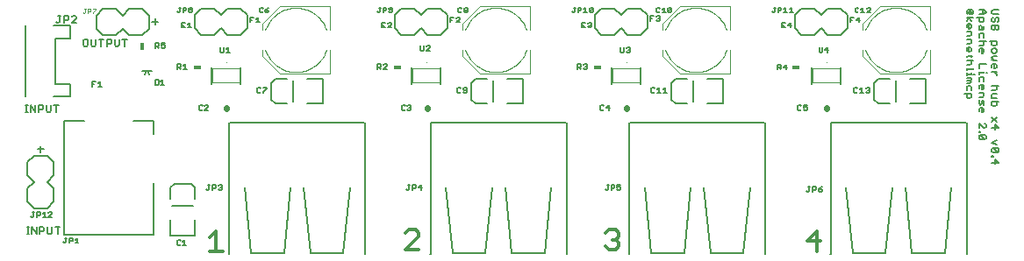
<source format=gto>
G75*
G70*
%OFA0B0*%
%FSLAX24Y24*%
%IPPOS*%
%LPD*%
%AMOC8*
5,1,8,0,0,1.08239X$1,22.5*
%
%ADD10C,0.0140*%
%ADD11C,0.0060*%
%ADD12C,0.0050*%
%ADD13C,0.0080*%
%ADD14C,0.0004*%
%ADD15C,0.0030*%
%ADD16C,0.0220*%
%ADD17R,0.0280X0.0160*%
%ADD18C,0.0040*%
%ADD19R,0.0160X0.0280*%
D10*
X007970Y001170D02*
X008477Y001170D01*
X008224Y001170D02*
X008224Y001931D01*
X007970Y001677D01*
X015420Y001854D02*
X015547Y001981D01*
X015800Y001981D01*
X015927Y001854D01*
X015927Y001727D01*
X015420Y001220D01*
X015927Y001220D01*
X023020Y001347D02*
X023147Y001220D01*
X023400Y001220D01*
X023527Y001347D01*
X023527Y001474D01*
X023400Y001600D01*
X023274Y001600D01*
X023400Y001600D02*
X023527Y001727D01*
X023527Y001854D01*
X023400Y001981D01*
X023147Y001981D01*
X023020Y001854D01*
X030670Y001550D02*
X031177Y001550D01*
X031050Y001931D02*
X030670Y001550D01*
X031050Y001170D02*
X031050Y001931D01*
D11*
X037690Y004519D02*
X037950Y004519D01*
X037820Y004649D01*
X037820Y004476D01*
X037733Y004753D02*
X037690Y004753D01*
X037690Y004797D01*
X037733Y004797D01*
X037733Y004753D01*
X037733Y004918D02*
X037690Y004961D01*
X037690Y005048D01*
X037733Y005091D01*
X037907Y004918D01*
X037733Y004918D01*
X037907Y004918D02*
X037950Y004961D01*
X037950Y005048D01*
X037907Y005091D01*
X037733Y005091D01*
X037864Y005213D02*
X037690Y005299D01*
X037864Y005386D01*
X037470Y005452D02*
X037427Y005409D01*
X037253Y005582D01*
X037210Y005539D01*
X037210Y005452D01*
X037253Y005409D01*
X037427Y005409D01*
X037470Y005452D02*
X037470Y005539D01*
X037427Y005582D01*
X037253Y005582D01*
X037253Y005686D02*
X037210Y005686D01*
X037210Y005730D01*
X037253Y005730D01*
X037253Y005686D01*
X037820Y005802D02*
X037820Y005975D01*
X037950Y005845D01*
X037690Y005845D01*
X037470Y005894D02*
X037470Y005981D01*
X037427Y006024D01*
X037470Y005894D02*
X037427Y005851D01*
X037384Y005851D01*
X037210Y006024D01*
X037210Y005851D01*
X037690Y006096D02*
X037864Y006270D01*
X037690Y006270D02*
X037864Y006096D01*
X037384Y006484D02*
X037340Y006440D01*
X037297Y006440D01*
X037297Y006614D01*
X037340Y006614D02*
X037384Y006570D01*
X037384Y006484D01*
X037340Y006614D02*
X037253Y006614D01*
X037210Y006570D01*
X037210Y006484D01*
X037253Y006735D02*
X037297Y006778D01*
X037297Y006865D01*
X037340Y006908D01*
X037384Y006865D01*
X037384Y006735D01*
X037253Y006735D02*
X037210Y006778D01*
X037210Y006908D01*
X037210Y007030D02*
X037340Y007030D01*
X037384Y007073D01*
X037384Y007203D01*
X037210Y007203D01*
X037297Y007324D02*
X037297Y007498D01*
X037340Y007498D02*
X037384Y007454D01*
X037384Y007368D01*
X037340Y007324D01*
X037297Y007324D01*
X037210Y007368D02*
X037210Y007454D01*
X037253Y007498D01*
X037340Y007498D01*
X037384Y007619D02*
X037384Y007749D01*
X037340Y007792D01*
X037253Y007792D01*
X037210Y007749D01*
X037210Y007619D01*
X036904Y007613D02*
X036860Y007656D01*
X036730Y007656D01*
X036730Y007570D02*
X036860Y007570D01*
X036904Y007613D01*
X036860Y007656D02*
X036904Y007700D01*
X036904Y007743D01*
X036730Y007743D01*
X036730Y007853D02*
X036730Y007940D01*
X036730Y007896D02*
X036904Y007896D01*
X036904Y007940D01*
X036990Y007896D02*
X037034Y007896D01*
X037210Y007902D02*
X037210Y007989D01*
X037210Y007945D02*
X037384Y007945D01*
X037384Y007989D01*
X037470Y007945D02*
X037514Y007945D01*
X037690Y007989D02*
X037864Y007989D01*
X037777Y007989D02*
X037864Y007902D01*
X037864Y007859D01*
X037820Y008110D02*
X037777Y008110D01*
X037777Y008283D01*
X037820Y008283D02*
X037864Y008240D01*
X037864Y008153D01*
X037820Y008110D01*
X037690Y008153D02*
X037690Y008240D01*
X037733Y008283D01*
X037820Y008283D01*
X037864Y008405D02*
X037733Y008405D01*
X037690Y008448D01*
X037733Y008491D01*
X037690Y008535D01*
X037733Y008578D01*
X037864Y008578D01*
X037820Y008699D02*
X037864Y008743D01*
X037864Y008829D01*
X037820Y008873D01*
X037733Y008873D01*
X037690Y008829D01*
X037690Y008743D01*
X037733Y008699D01*
X037820Y008699D01*
X037384Y008743D02*
X037340Y008699D01*
X037297Y008699D01*
X037297Y008873D01*
X037340Y008873D02*
X037384Y008829D01*
X037384Y008743D01*
X037340Y008873D02*
X037253Y008873D01*
X037210Y008829D01*
X037210Y008743D01*
X036904Y008792D02*
X036904Y008878D01*
X036860Y008922D01*
X036773Y008922D01*
X036730Y008878D01*
X036730Y008792D01*
X036817Y008748D02*
X036817Y008922D01*
X036860Y009043D02*
X036730Y009043D01*
X036860Y009043D02*
X036904Y009086D01*
X036904Y009216D01*
X036730Y009216D01*
X036730Y009338D02*
X036860Y009338D01*
X036904Y009381D01*
X036904Y009511D01*
X036730Y009511D01*
X036817Y009632D02*
X036817Y009806D01*
X036860Y009806D02*
X036904Y009762D01*
X036904Y009676D01*
X036860Y009632D01*
X036817Y009632D01*
X036730Y009676D02*
X036730Y009762D01*
X036773Y009806D01*
X036860Y009806D01*
X037210Y009713D02*
X037253Y009757D01*
X037297Y009713D01*
X037297Y009583D01*
X037340Y009583D02*
X037210Y009583D01*
X037210Y009713D01*
X037253Y009878D02*
X037210Y009921D01*
X037210Y010051D01*
X037123Y010051D02*
X037384Y010051D01*
X037384Y009921D01*
X037340Y009878D01*
X037253Y009878D01*
X037384Y009713D02*
X037384Y009627D01*
X037340Y009583D01*
X037340Y009462D02*
X037253Y009462D01*
X037210Y009419D01*
X037210Y009289D01*
X037210Y009167D02*
X037470Y009167D01*
X037384Y009124D02*
X037340Y009167D01*
X037384Y009124D02*
X037384Y009037D01*
X037340Y008994D01*
X037210Y008994D01*
X037690Y009037D02*
X037690Y009167D01*
X037603Y009167D02*
X037864Y009167D01*
X037864Y009037D01*
X037820Y008994D01*
X037733Y008994D01*
X037690Y009037D01*
X036904Y008792D02*
X036860Y008748D01*
X036817Y008748D01*
X036904Y008627D02*
X036904Y008540D01*
X036947Y008584D02*
X036773Y008584D01*
X036730Y008540D01*
X036730Y008431D02*
X036990Y008431D01*
X036904Y008387D02*
X036860Y008431D01*
X036904Y008387D02*
X036904Y008301D01*
X036860Y008257D01*
X036730Y008257D01*
X036730Y008136D02*
X036730Y008049D01*
X036730Y008093D02*
X036990Y008093D01*
X036990Y008136D01*
X037210Y008110D02*
X037210Y008283D01*
X037470Y008283D01*
X037690Y007449D02*
X037950Y007449D01*
X037864Y007405D02*
X037820Y007449D01*
X037864Y007405D02*
X037864Y007318D01*
X037820Y007275D01*
X037690Y007275D01*
X037733Y007154D02*
X037690Y007111D01*
X037690Y006980D01*
X037864Y006980D01*
X037864Y006859D02*
X037864Y006729D01*
X037820Y006686D01*
X037733Y006686D01*
X037690Y006729D01*
X037690Y006859D01*
X037950Y006859D01*
X036904Y007024D02*
X036860Y006980D01*
X036773Y006980D01*
X036730Y007024D01*
X036730Y007154D01*
X036643Y007154D02*
X036904Y007154D01*
X036904Y007024D01*
X036904Y007275D02*
X036904Y007405D01*
X036860Y007449D01*
X036773Y007449D01*
X036730Y007405D01*
X036730Y007275D01*
X037733Y007154D02*
X037864Y007154D01*
X037384Y009289D02*
X037384Y009419D01*
X037340Y009462D01*
X037690Y009627D02*
X037733Y009583D01*
X037777Y009583D01*
X037820Y009627D01*
X037820Y009757D01*
X037777Y009878D02*
X037733Y009878D01*
X037690Y009921D01*
X037690Y010008D01*
X037733Y010051D01*
X037820Y010008D02*
X037864Y010051D01*
X037907Y010051D01*
X037950Y010008D01*
X037950Y009921D01*
X037907Y009878D01*
X037820Y009921D02*
X037777Y009878D01*
X037820Y009921D02*
X037820Y010008D01*
X037733Y010173D02*
X037950Y010173D01*
X037950Y010346D02*
X037733Y010346D01*
X037690Y010303D01*
X037690Y010216D01*
X037733Y010173D01*
X037470Y010259D02*
X037384Y010173D01*
X037210Y010173D01*
X037340Y010173D02*
X037340Y010346D01*
X037384Y010346D02*
X037470Y010259D01*
X037384Y010346D02*
X037210Y010346D01*
X036990Y010303D02*
X036990Y010216D01*
X036947Y010173D01*
X036860Y010173D01*
X036817Y010216D01*
X036904Y010216D01*
X036904Y010303D01*
X036817Y010303D01*
X036817Y010216D01*
X036773Y010173D02*
X036730Y010216D01*
X036730Y010303D01*
X036773Y010346D01*
X036947Y010346D01*
X036990Y010303D01*
X036990Y010051D02*
X036730Y010051D01*
X036817Y010051D02*
X036730Y009921D01*
X036817Y010051D02*
X036904Y009921D01*
X037690Y009757D02*
X037690Y009627D01*
X037690Y009757D02*
X037950Y009757D01*
X037950Y009627D01*
X037907Y009583D01*
X037864Y009583D01*
X037820Y009627D01*
X006020Y009900D02*
X005793Y009900D01*
X005907Y009787D02*
X005907Y010014D01*
X004831Y009228D02*
X004658Y009228D01*
X004745Y009228D02*
X004745Y008968D01*
X004537Y009011D02*
X004537Y009228D01*
X004363Y009228D02*
X004363Y009011D01*
X004407Y008968D01*
X004493Y008968D01*
X004537Y009011D01*
X004242Y009098D02*
X004199Y009055D01*
X004069Y009055D01*
X004069Y008968D02*
X004069Y009228D01*
X004199Y009228D01*
X004242Y009185D01*
X004242Y009098D01*
X003947Y009228D02*
X003774Y009228D01*
X003861Y009228D02*
X003861Y008968D01*
X003653Y009011D02*
X003653Y009228D01*
X003479Y009228D02*
X003479Y009011D01*
X003523Y008968D01*
X003609Y008968D01*
X003653Y009011D01*
X003358Y009011D02*
X003358Y009185D01*
X003315Y009228D01*
X003228Y009228D01*
X003185Y009185D01*
X003185Y009011D01*
X003228Y008968D01*
X003315Y008968D01*
X003358Y009011D01*
X002905Y009860D02*
X002732Y009860D01*
X002905Y010033D01*
X002905Y010077D01*
X002862Y010120D01*
X002775Y010120D01*
X002732Y010077D01*
X002610Y010077D02*
X002610Y009990D01*
X002567Y009947D01*
X002437Y009947D01*
X002437Y009860D02*
X002437Y010120D01*
X002567Y010120D01*
X002610Y010077D01*
X002316Y010120D02*
X002229Y010120D01*
X002272Y010120D02*
X002272Y009903D01*
X002229Y009860D01*
X002186Y009860D01*
X002142Y009903D01*
X002148Y006728D02*
X002148Y006468D01*
X001940Y006511D02*
X001940Y006728D01*
X002061Y006728D02*
X002235Y006728D01*
X001767Y006728D02*
X001767Y006511D01*
X001810Y006468D01*
X001897Y006468D01*
X001940Y006511D01*
X001646Y006598D02*
X001602Y006555D01*
X001472Y006555D01*
X001472Y006468D02*
X001472Y006728D01*
X001602Y006728D01*
X001646Y006685D01*
X001646Y006598D01*
X001351Y006468D02*
X001351Y006728D01*
X001177Y006728D02*
X001351Y006468D01*
X001177Y006468D02*
X001177Y006728D01*
X001068Y006728D02*
X000981Y006728D01*
X001024Y006728D02*
X001024Y006468D01*
X000981Y006468D02*
X001068Y006468D01*
X001557Y005164D02*
X001557Y004937D01*
X001670Y005050D02*
X001443Y005050D01*
X001401Y002078D02*
X001401Y001818D01*
X001227Y002078D01*
X001227Y001818D01*
X001118Y001818D02*
X001031Y001818D01*
X001074Y001818D02*
X001074Y002078D01*
X001031Y002078D02*
X001118Y002078D01*
X001522Y002078D02*
X001652Y002078D01*
X001696Y002035D01*
X001696Y001948D01*
X001652Y001905D01*
X001522Y001905D01*
X001522Y001818D02*
X001522Y002078D01*
X001817Y002078D02*
X001817Y001861D01*
X001860Y001818D01*
X001947Y001818D01*
X001990Y001861D01*
X001990Y002078D01*
X002111Y002078D02*
X002285Y002078D01*
X002198Y002078D02*
X002198Y001818D01*
D12*
X002425Y001507D02*
X002457Y001475D01*
X002488Y001475D01*
X002520Y001507D01*
X002520Y001665D01*
X002488Y001665D02*
X002552Y001665D01*
X002646Y001665D02*
X002741Y001665D01*
X002773Y001633D01*
X002773Y001570D01*
X002741Y001538D01*
X002646Y001538D01*
X002646Y001475D02*
X002646Y001665D01*
X002867Y001602D02*
X002930Y001665D01*
X002930Y001475D01*
X002867Y001475D02*
X002994Y001475D01*
X001985Y002455D02*
X001858Y002455D01*
X001985Y002582D01*
X001985Y002613D01*
X001953Y002645D01*
X001890Y002645D01*
X001858Y002613D01*
X001700Y002645D02*
X001700Y002455D01*
X001637Y002455D02*
X001764Y002455D01*
X001637Y002582D02*
X001700Y002645D01*
X001543Y002613D02*
X001543Y002550D01*
X001511Y002518D01*
X001416Y002518D01*
X001416Y002455D02*
X001416Y002645D01*
X001511Y002645D01*
X001543Y002613D01*
X001322Y002645D02*
X001258Y002645D01*
X001290Y002645D02*
X001290Y002487D01*
X001258Y002455D01*
X001227Y002455D01*
X001195Y002487D01*
X006550Y002900D02*
X007350Y002900D01*
X007894Y003485D02*
X007925Y003485D01*
X007957Y003517D01*
X007957Y003675D01*
X007925Y003675D02*
X007989Y003675D01*
X008083Y003675D02*
X008178Y003675D01*
X008210Y003643D01*
X008210Y003580D01*
X008178Y003548D01*
X008083Y003548D01*
X008083Y003485D02*
X008083Y003675D01*
X008304Y003643D02*
X008336Y003675D01*
X008399Y003675D01*
X008431Y003643D01*
X008431Y003612D01*
X008399Y003580D01*
X008431Y003548D01*
X008431Y003517D01*
X008399Y003485D01*
X008336Y003485D01*
X008304Y003517D01*
X008367Y003580D02*
X008399Y003580D01*
X007894Y003485D02*
X007862Y003517D01*
X009300Y003600D02*
X009550Y001100D01*
X010800Y001100D01*
X011050Y003600D01*
X011550Y003600D02*
X011800Y001100D01*
X013050Y001100D01*
X013300Y003600D01*
X015462Y003517D02*
X015494Y003485D01*
X015525Y003485D01*
X015557Y003517D01*
X015557Y003675D01*
X015525Y003675D02*
X015589Y003675D01*
X015683Y003675D02*
X015778Y003675D01*
X015810Y003643D01*
X015810Y003580D01*
X015778Y003548D01*
X015683Y003548D01*
X015683Y003485D02*
X015683Y003675D01*
X015904Y003580D02*
X016031Y003580D01*
X015999Y003485D02*
X015999Y003675D01*
X015904Y003580D01*
X016950Y003600D02*
X017200Y001100D01*
X018450Y001100D01*
X018700Y003600D01*
X019200Y003600D02*
X019450Y001100D01*
X020700Y001100D01*
X020950Y003600D01*
X023012Y003517D02*
X023044Y003485D01*
X023075Y003485D01*
X023107Y003517D01*
X023107Y003675D01*
X023075Y003675D02*
X023139Y003675D01*
X023233Y003675D02*
X023328Y003675D01*
X023360Y003643D01*
X023360Y003580D01*
X023328Y003548D01*
X023233Y003548D01*
X023233Y003485D02*
X023233Y003675D01*
X023454Y003675D02*
X023454Y003580D01*
X023517Y003612D01*
X023549Y003612D01*
X023581Y003580D01*
X023581Y003517D01*
X023549Y003485D01*
X023486Y003485D01*
X023454Y003517D01*
X023454Y003675D02*
X023581Y003675D01*
X024500Y003600D02*
X024750Y001100D01*
X026000Y001100D01*
X026250Y003600D01*
X026750Y003600D02*
X027000Y001100D01*
X028250Y001100D01*
X028500Y003600D01*
X030662Y003467D02*
X030694Y003435D01*
X030725Y003435D01*
X030757Y003467D01*
X030757Y003625D01*
X030725Y003625D02*
X030789Y003625D01*
X030883Y003625D02*
X030978Y003625D01*
X031010Y003593D01*
X031010Y003530D01*
X030978Y003498D01*
X030883Y003498D01*
X030883Y003435D02*
X030883Y003625D01*
X031104Y003530D02*
X031199Y003530D01*
X031231Y003498D01*
X031231Y003467D01*
X031199Y003435D01*
X031136Y003435D01*
X031104Y003467D01*
X031104Y003530D01*
X031167Y003593D01*
X031231Y003625D01*
X032150Y003600D02*
X032400Y001100D01*
X033650Y001100D01*
X033900Y003600D01*
X034400Y003600D02*
X034650Y001100D01*
X035900Y001100D01*
X036150Y003600D01*
X036710Y006060D02*
X031590Y006060D01*
X031565Y006060D02*
X031565Y001060D01*
X031560Y001050D01*
X029080Y001060D02*
X029085Y006060D01*
X029060Y006060D02*
X023940Y006060D01*
X023915Y006060D02*
X023915Y001060D01*
X023910Y001050D01*
X021530Y001060D02*
X021535Y006060D01*
X021510Y006060D02*
X016390Y006060D01*
X016365Y006060D02*
X016365Y001060D01*
X016360Y001050D01*
X013880Y001060D02*
X013885Y006060D01*
X013860Y006060D02*
X008740Y006060D01*
X008715Y006060D02*
X008715Y001060D01*
X008710Y001050D01*
X007087Y001385D02*
X006960Y001385D01*
X007024Y001385D02*
X007024Y001575D01*
X006960Y001512D01*
X006866Y001543D02*
X006834Y001575D01*
X006771Y001575D01*
X006739Y001543D01*
X006739Y001417D01*
X006771Y001385D01*
X006834Y001385D01*
X006866Y001417D01*
X007607Y006525D02*
X007670Y006525D01*
X007702Y006557D01*
X007796Y006525D02*
X007923Y006652D01*
X007923Y006683D01*
X007891Y006715D01*
X007828Y006715D01*
X007796Y006683D01*
X007702Y006683D02*
X007670Y006715D01*
X007607Y006715D01*
X007575Y006683D01*
X007575Y006557D01*
X007607Y006525D01*
X007796Y006525D02*
X007923Y006525D01*
X009783Y007223D02*
X009815Y007191D01*
X009878Y007191D01*
X009910Y007223D01*
X010004Y007223D02*
X010004Y007191D01*
X010004Y007223D02*
X010131Y007350D01*
X010131Y007381D01*
X010004Y007381D01*
X009910Y007350D02*
X009878Y007381D01*
X009815Y007381D01*
X009783Y007350D01*
X009783Y007223D01*
X009159Y007535D02*
X009159Y008165D01*
X008041Y008165D02*
X008041Y007535D01*
X006256Y007485D02*
X006129Y007485D01*
X006192Y007485D02*
X006192Y007675D01*
X006129Y007612D01*
X006035Y007643D02*
X006003Y007675D01*
X005908Y007675D01*
X005908Y007485D01*
X006003Y007485D01*
X006035Y007517D01*
X006035Y007643D01*
X006758Y008085D02*
X006758Y008275D01*
X006853Y008275D01*
X006885Y008243D01*
X006885Y008180D01*
X006853Y008148D01*
X006758Y008148D01*
X006821Y008148D02*
X006885Y008085D01*
X006979Y008085D02*
X007106Y008085D01*
X007042Y008085D02*
X007042Y008275D01*
X006979Y008212D01*
X008383Y008767D02*
X008415Y008735D01*
X008478Y008735D01*
X008510Y008767D01*
X008510Y008925D01*
X008604Y008862D02*
X008667Y008925D01*
X008667Y008735D01*
X008604Y008735D02*
X008731Y008735D01*
X008383Y008767D02*
X008383Y008925D01*
X006273Y008932D02*
X006241Y008900D01*
X006178Y008900D01*
X006146Y008932D01*
X006146Y008995D02*
X006209Y009027D01*
X006241Y009027D01*
X006273Y008995D01*
X006273Y008932D01*
X006146Y008995D02*
X006146Y009090D01*
X006273Y009090D01*
X006052Y009058D02*
X006052Y008995D01*
X006020Y008963D01*
X005925Y008963D01*
X005925Y008900D02*
X005925Y009090D01*
X006020Y009090D01*
X006052Y009058D01*
X005988Y008963D02*
X006052Y008900D01*
X006925Y009675D02*
X007052Y009675D01*
X007146Y009675D02*
X007273Y009675D01*
X007209Y009675D02*
X007209Y009865D01*
X007146Y009802D01*
X007052Y009865D02*
X006925Y009865D01*
X006925Y009675D01*
X006925Y009770D02*
X006988Y009770D01*
X006966Y010245D02*
X006966Y010435D01*
X007061Y010435D01*
X007093Y010403D01*
X007093Y010340D01*
X007061Y010308D01*
X006966Y010308D01*
X006840Y010277D02*
X006840Y010435D01*
X006808Y010435D02*
X006872Y010435D01*
X006840Y010277D02*
X006808Y010245D01*
X006777Y010245D01*
X006745Y010277D01*
X007187Y010277D02*
X007187Y010308D01*
X007219Y010340D01*
X007282Y010340D01*
X007314Y010308D01*
X007314Y010277D01*
X007282Y010245D01*
X007219Y010245D01*
X007187Y010277D01*
X007219Y010340D02*
X007187Y010372D01*
X007187Y010403D01*
X007219Y010435D01*
X007282Y010435D01*
X007314Y010403D01*
X007314Y010372D01*
X007282Y010340D01*
X009525Y010065D02*
X009525Y009875D01*
X009525Y009970D02*
X009588Y009970D01*
X009525Y010065D02*
X009652Y010065D01*
X009746Y010002D02*
X009809Y010065D01*
X009809Y009875D01*
X009746Y009875D02*
X009873Y009875D01*
X009904Y010241D02*
X009967Y010241D01*
X009999Y010273D01*
X010093Y010273D02*
X010125Y010241D01*
X010188Y010241D01*
X010220Y010273D01*
X010220Y010305D01*
X010188Y010336D01*
X010093Y010336D01*
X010093Y010273D01*
X010093Y010336D02*
X010156Y010400D01*
X010220Y010431D01*
X009999Y010400D02*
X009967Y010431D01*
X009904Y010431D01*
X009872Y010400D01*
X009872Y010273D01*
X009904Y010241D01*
X014345Y010277D02*
X014377Y010245D01*
X014408Y010245D01*
X014440Y010277D01*
X014440Y010435D01*
X014408Y010435D02*
X014472Y010435D01*
X014566Y010435D02*
X014661Y010435D01*
X014693Y010403D01*
X014693Y010340D01*
X014661Y010308D01*
X014566Y010308D01*
X014566Y010245D02*
X014566Y010435D01*
X014787Y010403D02*
X014787Y010372D01*
X014819Y010340D01*
X014914Y010340D01*
X014914Y010277D02*
X014914Y010403D01*
X014882Y010435D01*
X014819Y010435D01*
X014787Y010403D01*
X014787Y010277D02*
X014819Y010245D01*
X014882Y010245D01*
X014914Y010277D01*
X014841Y009865D02*
X014778Y009865D01*
X014746Y009833D01*
X014652Y009865D02*
X014525Y009865D01*
X014525Y009675D01*
X014652Y009675D01*
X014746Y009675D02*
X014873Y009802D01*
X014873Y009833D01*
X014841Y009865D01*
X014588Y009770D02*
X014525Y009770D01*
X014746Y009675D02*
X014873Y009675D01*
X015983Y008975D02*
X015983Y008817D01*
X016015Y008785D01*
X016078Y008785D01*
X016110Y008817D01*
X016110Y008975D01*
X016204Y008943D02*
X016236Y008975D01*
X016299Y008975D01*
X016331Y008943D01*
X016331Y008912D01*
X016204Y008785D01*
X016331Y008785D01*
X014706Y008243D02*
X014674Y008275D01*
X014611Y008275D01*
X014579Y008243D01*
X014485Y008243D02*
X014485Y008180D01*
X014453Y008148D01*
X014358Y008148D01*
X014358Y008085D02*
X014358Y008275D01*
X014453Y008275D01*
X014485Y008243D01*
X014421Y008148D02*
X014485Y008085D01*
X014579Y008085D02*
X014706Y008212D01*
X014706Y008243D01*
X014706Y008085D02*
X014579Y008085D01*
X015641Y008165D02*
X015641Y007535D01*
X016759Y007535D02*
X016759Y008165D01*
X018750Y007650D02*
X018750Y006850D01*
X017731Y007223D02*
X017699Y007191D01*
X017636Y007191D01*
X017604Y007223D01*
X017636Y007286D02*
X017731Y007286D01*
X017731Y007223D02*
X017731Y007350D01*
X017699Y007381D01*
X017636Y007381D01*
X017604Y007350D01*
X017604Y007318D01*
X017636Y007286D01*
X017510Y007223D02*
X017478Y007191D01*
X017415Y007191D01*
X017383Y007223D01*
X017383Y007350D01*
X017415Y007381D01*
X017478Y007381D01*
X017510Y007350D01*
X015623Y006683D02*
X015591Y006715D01*
X015528Y006715D01*
X015496Y006683D01*
X015559Y006620D02*
X015591Y006620D01*
X015623Y006588D01*
X015623Y006557D01*
X015591Y006525D01*
X015528Y006525D01*
X015496Y006557D01*
X015402Y006557D02*
X015370Y006525D01*
X015307Y006525D01*
X015275Y006557D01*
X015275Y006683D01*
X015307Y006715D01*
X015370Y006715D01*
X015402Y006683D01*
X015591Y006620D02*
X015623Y006652D01*
X015623Y006683D01*
X011150Y006850D02*
X011150Y007650D01*
X003873Y007425D02*
X003746Y007425D01*
X003809Y007425D02*
X003809Y007615D01*
X003746Y007552D01*
X003652Y007615D02*
X003525Y007615D01*
X003525Y007425D01*
X003525Y007520D02*
X003588Y007520D01*
X017125Y009875D02*
X017125Y010065D01*
X017252Y010065D01*
X017346Y010033D02*
X017378Y010065D01*
X017441Y010065D01*
X017473Y010033D01*
X017473Y010002D01*
X017346Y009875D01*
X017473Y009875D01*
X017188Y009970D02*
X017125Y009970D01*
X017422Y010273D02*
X017454Y010241D01*
X017517Y010241D01*
X017549Y010273D01*
X017643Y010273D02*
X017643Y010305D01*
X017675Y010336D01*
X017738Y010336D01*
X017770Y010305D01*
X017770Y010273D01*
X017738Y010241D01*
X017675Y010241D01*
X017643Y010273D01*
X017675Y010336D02*
X017643Y010368D01*
X017643Y010400D01*
X017675Y010431D01*
X017738Y010431D01*
X017770Y010400D01*
X017770Y010368D01*
X017738Y010336D01*
X017549Y010400D02*
X017517Y010431D01*
X017454Y010431D01*
X017422Y010400D01*
X017422Y010273D01*
X021745Y010277D02*
X021777Y010245D01*
X021808Y010245D01*
X021840Y010277D01*
X021840Y010435D01*
X021808Y010435D02*
X021872Y010435D01*
X021966Y010435D02*
X022061Y010435D01*
X022093Y010403D01*
X022093Y010340D01*
X022061Y010308D01*
X021966Y010308D01*
X021966Y010245D02*
X021966Y010435D01*
X022187Y010372D02*
X022250Y010435D01*
X022250Y010245D01*
X022187Y010245D02*
X022314Y010245D01*
X022408Y010277D02*
X022535Y010403D01*
X022535Y010277D01*
X022503Y010245D01*
X022440Y010245D01*
X022408Y010277D01*
X022408Y010403D01*
X022440Y010435D01*
X022503Y010435D01*
X022535Y010403D01*
X022441Y009865D02*
X022473Y009833D01*
X022473Y009802D01*
X022441Y009770D01*
X022473Y009738D01*
X022473Y009707D01*
X022441Y009675D01*
X022378Y009675D01*
X022346Y009707D01*
X022409Y009770D02*
X022441Y009770D01*
X022441Y009865D02*
X022378Y009865D01*
X022346Y009833D01*
X022252Y009865D02*
X022125Y009865D01*
X022125Y009675D01*
X022252Y009675D01*
X022188Y009770D02*
X022125Y009770D01*
X024725Y009925D02*
X024725Y010115D01*
X024852Y010115D01*
X024946Y010083D02*
X024978Y010115D01*
X025041Y010115D01*
X025073Y010083D01*
X025073Y010052D01*
X025041Y010020D01*
X025073Y009988D01*
X025073Y009957D01*
X025041Y009925D01*
X024978Y009925D01*
X024946Y009957D01*
X025009Y010020D02*
X025041Y010020D01*
X024788Y010020D02*
X024725Y010020D01*
X024951Y010273D02*
X024983Y010241D01*
X025046Y010241D01*
X025078Y010273D01*
X025172Y010241D02*
X025299Y010241D01*
X025235Y010241D02*
X025235Y010431D01*
X025172Y010368D01*
X025078Y010400D02*
X025046Y010431D01*
X024983Y010431D01*
X024951Y010400D01*
X024951Y010273D01*
X025393Y010273D02*
X025520Y010400D01*
X025520Y010273D01*
X025488Y010241D01*
X025425Y010241D01*
X025393Y010273D01*
X025393Y010400D01*
X025425Y010431D01*
X025488Y010431D01*
X025520Y010400D01*
X029345Y010277D02*
X029377Y010245D01*
X029408Y010245D01*
X029440Y010277D01*
X029440Y010435D01*
X029408Y010435D02*
X029472Y010435D01*
X029566Y010435D02*
X029566Y010245D01*
X029566Y010308D02*
X029661Y010308D01*
X029693Y010340D01*
X029693Y010403D01*
X029661Y010435D01*
X029566Y010435D01*
X029787Y010372D02*
X029850Y010435D01*
X029850Y010245D01*
X029787Y010245D02*
X029914Y010245D01*
X030008Y010245D02*
X030135Y010245D01*
X030071Y010245D02*
X030071Y010435D01*
X030008Y010372D01*
X030041Y009865D02*
X029946Y009770D01*
X030073Y009770D01*
X030041Y009675D02*
X030041Y009865D01*
X029852Y009865D02*
X029725Y009865D01*
X029725Y009675D01*
X029852Y009675D01*
X029788Y009770D02*
X029725Y009770D01*
X032325Y009875D02*
X032325Y010065D01*
X032452Y010065D01*
X032388Y009970D02*
X032325Y009970D01*
X032546Y009970D02*
X032673Y009970D01*
X032641Y009875D02*
X032641Y010065D01*
X032546Y009970D01*
X032533Y010241D02*
X032596Y010241D01*
X032628Y010273D01*
X032722Y010241D02*
X032849Y010241D01*
X032785Y010241D02*
X032785Y010431D01*
X032722Y010368D01*
X032628Y010400D02*
X032596Y010431D01*
X032533Y010431D01*
X032501Y010400D01*
X032501Y010273D01*
X032533Y010241D01*
X032943Y010241D02*
X033070Y010368D01*
X033070Y010400D01*
X033038Y010431D01*
X032975Y010431D01*
X032943Y010400D01*
X032943Y010241D02*
X033070Y010241D01*
X031449Y008925D02*
X031354Y008830D01*
X031481Y008830D01*
X031449Y008735D02*
X031449Y008925D01*
X031260Y008925D02*
X031260Y008767D01*
X031228Y008735D01*
X031165Y008735D01*
X031133Y008767D01*
X031133Y008925D01*
X029866Y008265D02*
X029771Y008170D01*
X029898Y008170D01*
X029866Y008075D02*
X029866Y008265D01*
X029677Y008233D02*
X029677Y008170D01*
X029645Y008138D01*
X029550Y008138D01*
X029550Y008075D02*
X029550Y008265D01*
X029645Y008265D01*
X029677Y008233D01*
X029613Y008138D02*
X029677Y008075D01*
X030841Y008165D02*
X030841Y007535D01*
X031959Y007535D02*
X031959Y008165D01*
X034050Y007650D02*
X034050Y006850D01*
X033031Y007223D02*
X032999Y007191D01*
X032936Y007191D01*
X032904Y007223D01*
X032967Y007286D02*
X032999Y007286D01*
X033031Y007255D01*
X033031Y007223D01*
X032999Y007286D02*
X033031Y007318D01*
X033031Y007350D01*
X032999Y007381D01*
X032936Y007381D01*
X032904Y007350D01*
X032746Y007381D02*
X032746Y007191D01*
X032683Y007191D02*
X032810Y007191D01*
X032683Y007318D02*
X032746Y007381D01*
X032589Y007350D02*
X032557Y007381D01*
X032494Y007381D01*
X032462Y007350D01*
X032462Y007223D01*
X032494Y007191D01*
X032557Y007191D01*
X032589Y007223D01*
X030673Y006715D02*
X030546Y006715D01*
X030546Y006620D01*
X030609Y006652D01*
X030641Y006652D01*
X030673Y006620D01*
X030673Y006557D01*
X030641Y006525D01*
X030578Y006525D01*
X030546Y006557D01*
X030452Y006557D02*
X030420Y006525D01*
X030357Y006525D01*
X030325Y006557D01*
X030325Y006683D01*
X030357Y006715D01*
X030420Y006715D01*
X030452Y006683D01*
X026350Y006850D02*
X026350Y007650D01*
X025267Y007381D02*
X025204Y007318D01*
X025267Y007381D02*
X025267Y007191D01*
X025204Y007191D02*
X025331Y007191D01*
X025110Y007191D02*
X024983Y007191D01*
X025046Y007191D02*
X025046Y007381D01*
X024983Y007318D01*
X024889Y007350D02*
X024857Y007381D01*
X024794Y007381D01*
X024762Y007350D01*
X024762Y007223D01*
X024794Y007191D01*
X024857Y007191D01*
X024889Y007223D01*
X024359Y007535D02*
X024359Y008165D01*
X023241Y008165D02*
X023241Y007535D01*
X022306Y008117D02*
X022274Y008085D01*
X022211Y008085D01*
X022179Y008117D01*
X022242Y008180D02*
X022274Y008180D01*
X022306Y008148D01*
X022306Y008117D01*
X022274Y008180D02*
X022306Y008212D01*
X022306Y008243D01*
X022274Y008275D01*
X022211Y008275D01*
X022179Y008243D01*
X022085Y008243D02*
X022085Y008180D01*
X022053Y008148D01*
X021958Y008148D01*
X021958Y008085D02*
X021958Y008275D01*
X022053Y008275D01*
X022085Y008243D01*
X022021Y008148D02*
X022085Y008085D01*
X023583Y008767D02*
X023615Y008735D01*
X023678Y008735D01*
X023710Y008767D01*
X023710Y008925D01*
X023804Y008893D02*
X023836Y008925D01*
X023899Y008925D01*
X023931Y008893D01*
X023931Y008862D01*
X023899Y008830D01*
X023931Y008798D01*
X023931Y008767D01*
X023899Y008735D01*
X023836Y008735D01*
X023804Y008767D01*
X023867Y008830D02*
X023899Y008830D01*
X023583Y008767D02*
X023583Y008925D01*
X023141Y006715D02*
X023046Y006620D01*
X023173Y006620D01*
X023141Y006525D02*
X023141Y006715D01*
X022952Y006683D02*
X022920Y006715D01*
X022857Y006715D01*
X022825Y006683D01*
X022825Y006557D01*
X022857Y006525D01*
X022920Y006525D01*
X022952Y006557D01*
X036735Y006060D02*
X036730Y001060D01*
D13*
X035184Y006778D02*
X034594Y006778D01*
X035184Y006778D02*
X035184Y007722D01*
X034594Y007722D01*
X033806Y007722D02*
X033373Y007722D01*
X033216Y007565D01*
X033216Y006935D01*
X033373Y006778D01*
X033806Y006778D01*
X027484Y006778D02*
X026894Y006778D01*
X027484Y006778D02*
X027484Y007722D01*
X026894Y007722D01*
X026106Y007722D02*
X025673Y007722D01*
X025516Y007565D01*
X025516Y006935D01*
X025673Y006778D01*
X026106Y006778D01*
X019884Y006778D02*
X019294Y006778D01*
X019884Y006778D02*
X019884Y007722D01*
X019294Y007722D01*
X018506Y007722D02*
X018073Y007722D01*
X017916Y007565D01*
X017916Y006935D01*
X018073Y006778D01*
X018506Y006778D01*
X012284Y006778D02*
X011694Y006778D01*
X012284Y006778D02*
X012284Y007722D01*
X011694Y007722D01*
X010906Y007722D02*
X010473Y007722D01*
X010316Y007565D01*
X010316Y006935D01*
X010473Y006778D01*
X010906Y006778D01*
X005862Y006114D02*
X005862Y005618D01*
X005862Y006114D02*
X005095Y006114D01*
X003205Y006114D02*
X002438Y006114D01*
X002438Y001781D01*
X005862Y001781D01*
X005862Y003768D01*
X006478Y003577D02*
X006478Y003144D01*
X007422Y003144D02*
X007422Y003577D01*
X007265Y003734D01*
X006635Y003734D01*
X006478Y003577D01*
X002050Y003550D02*
X002050Y003050D01*
X001800Y002800D01*
X001300Y002800D01*
X001050Y003050D01*
X001050Y003550D01*
X001300Y003800D01*
X001050Y004050D01*
X001050Y004550D01*
X001300Y004800D01*
X001800Y004800D01*
X002050Y004550D01*
X002050Y004050D01*
X001800Y003800D01*
X002050Y003550D01*
X006478Y002356D02*
X006478Y001766D01*
X007422Y001766D01*
X007422Y002356D01*
X002672Y007061D02*
X002042Y007061D01*
X002672Y007061D02*
X002672Y007534D01*
X002121Y007534D01*
X002121Y009266D01*
X002672Y009266D01*
X002672Y009739D01*
X002042Y009739D01*
X000979Y009739D02*
X000979Y007061D01*
X005419Y008017D02*
X005600Y008017D01*
X005692Y007895D01*
X005781Y008017D02*
X005600Y008017D01*
X005590Y008011D02*
X005514Y007895D01*
X005420Y009380D02*
X004920Y009380D01*
X004670Y009630D01*
X004420Y009380D01*
X003920Y009380D01*
X003670Y009630D01*
X003670Y010130D01*
X003920Y010380D01*
X004420Y010380D01*
X004670Y010130D01*
X004920Y010380D01*
X005420Y010380D01*
X005670Y010130D01*
X005670Y009630D01*
X005420Y009380D01*
X007400Y009650D02*
X007650Y009400D01*
X008150Y009400D01*
X008400Y009650D01*
X008650Y009400D01*
X009150Y009400D01*
X009400Y009650D01*
X009400Y010150D01*
X009150Y010400D01*
X008650Y010400D01*
X008400Y010150D01*
X008150Y010400D01*
X007650Y010400D01*
X007400Y010150D01*
X007400Y009650D01*
X015000Y009650D02*
X015250Y009400D01*
X015750Y009400D01*
X016000Y009650D01*
X016250Y009400D01*
X016750Y009400D01*
X017000Y009650D01*
X017000Y010150D01*
X016750Y010400D01*
X016250Y010400D01*
X016000Y010150D01*
X015750Y010400D01*
X015250Y010400D01*
X015000Y010150D01*
X015000Y009650D01*
X022600Y009650D02*
X022850Y009400D01*
X023350Y009400D01*
X023600Y009650D01*
X023850Y009400D01*
X024350Y009400D01*
X024600Y009650D01*
X024600Y010150D01*
X024350Y010400D01*
X023850Y010400D01*
X023600Y010150D01*
X023350Y010400D01*
X022850Y010400D01*
X022600Y010150D01*
X022600Y009650D01*
X030200Y009650D02*
X030450Y009400D01*
X030950Y009400D01*
X031200Y009650D01*
X031450Y009400D01*
X031950Y009400D01*
X032200Y009650D01*
X032200Y010150D01*
X031950Y010400D01*
X031450Y010400D01*
X031200Y010150D01*
X030950Y010400D01*
X030450Y010400D01*
X030200Y010150D01*
X030200Y009650D01*
D14*
X031400Y008362D02*
X031400Y008358D01*
X023800Y008358D02*
X023800Y008362D01*
X016200Y008358D02*
X016200Y008362D01*
X008600Y008358D02*
X008600Y008362D01*
D15*
X009100Y008110D02*
X008096Y008110D01*
X008096Y007594D01*
X009100Y007594D01*
X009100Y008110D01*
X015696Y008110D02*
X015696Y007594D01*
X016700Y007594D01*
X016700Y008110D01*
X015696Y008110D01*
X023296Y008110D02*
X023296Y007594D01*
X024300Y007594D01*
X024300Y008110D01*
X023296Y008110D01*
X030896Y008110D02*
X030896Y007594D01*
X031900Y007594D01*
X031900Y008110D01*
X030896Y008110D01*
D16*
X031400Y006612D02*
X031400Y006588D01*
X023800Y006612D02*
X023800Y006588D01*
X016250Y006612D02*
X016250Y006588D01*
X008600Y006612D02*
X008600Y006588D01*
D17*
X007500Y008150D03*
X015100Y008150D03*
X022700Y008150D03*
X030250Y008150D03*
D18*
X027730Y007920D02*
X027730Y008826D01*
X027611Y009574D02*
X027589Y009638D01*
X027562Y009701D01*
X027532Y009763D01*
X027499Y009822D01*
X027463Y009880D01*
X027423Y009936D01*
X027380Y009989D01*
X027335Y010040D01*
X027287Y010088D01*
X027236Y010133D01*
X027182Y010176D01*
X027126Y010215D01*
X027069Y010252D01*
X027009Y010285D01*
X026947Y010314D01*
X026884Y010340D01*
X026820Y010363D01*
X026754Y010382D01*
X026687Y010397D01*
X026620Y010408D01*
X026552Y010416D01*
X026484Y010420D01*
X026416Y010420D01*
X026348Y010416D01*
X026280Y010408D01*
X026213Y010397D01*
X026146Y010382D01*
X026080Y010363D01*
X026016Y010340D01*
X025953Y010314D01*
X025891Y010285D01*
X025831Y010252D01*
X025774Y010215D01*
X025718Y010176D01*
X025664Y010133D01*
X025613Y010088D01*
X025565Y010040D01*
X025520Y009989D01*
X025477Y009936D01*
X025437Y009880D01*
X025401Y009822D01*
X025368Y009763D01*
X025338Y009701D01*
X025311Y009638D01*
X025289Y009574D01*
X025170Y009574D02*
X025170Y009810D01*
X025840Y010480D01*
X027730Y010480D01*
X027730Y009574D01*
X027611Y008826D02*
X027589Y008762D01*
X027562Y008699D01*
X027532Y008637D01*
X027499Y008578D01*
X027463Y008520D01*
X027423Y008464D01*
X027380Y008411D01*
X027335Y008360D01*
X027287Y008312D01*
X027236Y008267D01*
X027182Y008224D01*
X027126Y008185D01*
X027069Y008148D01*
X027009Y008115D01*
X026947Y008086D01*
X026884Y008060D01*
X026820Y008037D01*
X026754Y008018D01*
X026687Y008003D01*
X026620Y007992D01*
X026552Y007984D01*
X026484Y007980D01*
X026416Y007980D01*
X026348Y007984D01*
X026280Y007992D01*
X026213Y008003D01*
X026146Y008018D01*
X026080Y008037D01*
X026016Y008060D01*
X025953Y008086D01*
X025891Y008115D01*
X025831Y008148D01*
X025774Y008185D01*
X025718Y008224D01*
X025664Y008267D01*
X025613Y008312D01*
X025565Y008360D01*
X025520Y008411D01*
X025477Y008464D01*
X025437Y008520D01*
X025401Y008578D01*
X025368Y008637D01*
X025338Y008699D01*
X025311Y008762D01*
X025289Y008826D01*
X025170Y008826D02*
X025170Y008590D01*
X025840Y007920D01*
X027730Y007920D01*
X032770Y008590D02*
X032770Y008826D01*
X032770Y008590D02*
X033440Y007920D01*
X035330Y007920D01*
X035330Y008826D01*
X035211Y009574D02*
X035189Y009638D01*
X035162Y009701D01*
X035132Y009763D01*
X035099Y009822D01*
X035063Y009880D01*
X035023Y009936D01*
X034980Y009989D01*
X034935Y010040D01*
X034887Y010088D01*
X034836Y010133D01*
X034782Y010176D01*
X034726Y010215D01*
X034669Y010252D01*
X034609Y010285D01*
X034547Y010314D01*
X034484Y010340D01*
X034420Y010363D01*
X034354Y010382D01*
X034287Y010397D01*
X034220Y010408D01*
X034152Y010416D01*
X034084Y010420D01*
X034016Y010420D01*
X033948Y010416D01*
X033880Y010408D01*
X033813Y010397D01*
X033746Y010382D01*
X033680Y010363D01*
X033616Y010340D01*
X033553Y010314D01*
X033491Y010285D01*
X033431Y010252D01*
X033374Y010215D01*
X033318Y010176D01*
X033264Y010133D01*
X033213Y010088D01*
X033165Y010040D01*
X033120Y009989D01*
X033077Y009936D01*
X033037Y009880D01*
X033001Y009822D01*
X032968Y009763D01*
X032938Y009701D01*
X032911Y009638D01*
X032889Y009574D01*
X032770Y009574D02*
X032770Y009810D01*
X033440Y010480D01*
X035330Y010480D01*
X035330Y009574D01*
X035211Y008826D02*
X035189Y008762D01*
X035162Y008699D01*
X035132Y008637D01*
X035099Y008578D01*
X035063Y008520D01*
X035023Y008464D01*
X034980Y008411D01*
X034935Y008360D01*
X034887Y008312D01*
X034836Y008267D01*
X034782Y008224D01*
X034726Y008185D01*
X034669Y008148D01*
X034609Y008115D01*
X034547Y008086D01*
X034484Y008060D01*
X034420Y008037D01*
X034354Y008018D01*
X034287Y008003D01*
X034220Y007992D01*
X034152Y007984D01*
X034084Y007980D01*
X034016Y007980D01*
X033948Y007984D01*
X033880Y007992D01*
X033813Y008003D01*
X033746Y008018D01*
X033680Y008037D01*
X033616Y008060D01*
X033553Y008086D01*
X033491Y008115D01*
X033431Y008148D01*
X033374Y008185D01*
X033318Y008224D01*
X033264Y008267D01*
X033213Y008312D01*
X033165Y008360D01*
X033120Y008411D01*
X033077Y008464D01*
X033037Y008520D01*
X033001Y008578D01*
X032968Y008637D01*
X032938Y008699D01*
X032911Y008762D01*
X032889Y008826D01*
X020130Y008826D02*
X020130Y007920D01*
X018240Y007920D01*
X017570Y008590D01*
X017570Y008826D01*
X017689Y009574D02*
X017711Y009638D01*
X017738Y009701D01*
X017768Y009763D01*
X017801Y009822D01*
X017837Y009880D01*
X017877Y009936D01*
X017920Y009989D01*
X017965Y010040D01*
X018013Y010088D01*
X018064Y010133D01*
X018118Y010176D01*
X018174Y010215D01*
X018231Y010252D01*
X018291Y010285D01*
X018353Y010314D01*
X018416Y010340D01*
X018480Y010363D01*
X018546Y010382D01*
X018613Y010397D01*
X018680Y010408D01*
X018748Y010416D01*
X018816Y010420D01*
X018884Y010420D01*
X018952Y010416D01*
X019020Y010408D01*
X019087Y010397D01*
X019154Y010382D01*
X019220Y010363D01*
X019284Y010340D01*
X019347Y010314D01*
X019409Y010285D01*
X019469Y010252D01*
X019526Y010215D01*
X019582Y010176D01*
X019636Y010133D01*
X019687Y010088D01*
X019735Y010040D01*
X019780Y009989D01*
X019823Y009936D01*
X019863Y009880D01*
X019899Y009822D01*
X019932Y009763D01*
X019962Y009701D01*
X019989Y009638D01*
X020011Y009574D01*
X020130Y009574D02*
X020130Y010480D01*
X018240Y010480D01*
X017570Y009810D01*
X017570Y009574D01*
X017689Y008826D02*
X017711Y008762D01*
X017738Y008699D01*
X017768Y008637D01*
X017801Y008578D01*
X017837Y008520D01*
X017877Y008464D01*
X017920Y008411D01*
X017965Y008360D01*
X018013Y008312D01*
X018064Y008267D01*
X018118Y008224D01*
X018174Y008185D01*
X018231Y008148D01*
X018291Y008115D01*
X018353Y008086D01*
X018416Y008060D01*
X018480Y008037D01*
X018546Y008018D01*
X018613Y008003D01*
X018680Y007992D01*
X018748Y007984D01*
X018816Y007980D01*
X018884Y007980D01*
X018952Y007984D01*
X019020Y007992D01*
X019087Y008003D01*
X019154Y008018D01*
X019220Y008037D01*
X019284Y008060D01*
X019347Y008086D01*
X019409Y008115D01*
X019469Y008148D01*
X019526Y008185D01*
X019582Y008224D01*
X019636Y008267D01*
X019687Y008312D01*
X019735Y008360D01*
X019780Y008411D01*
X019823Y008464D01*
X019863Y008520D01*
X019899Y008578D01*
X019932Y008637D01*
X019962Y008699D01*
X019989Y008762D01*
X020011Y008826D01*
X012530Y008826D02*
X012530Y007920D01*
X010640Y007920D01*
X009970Y008590D01*
X009970Y008826D01*
X010089Y009574D02*
X010111Y009638D01*
X010138Y009701D01*
X010168Y009763D01*
X010201Y009822D01*
X010237Y009880D01*
X010277Y009936D01*
X010320Y009989D01*
X010365Y010040D01*
X010413Y010088D01*
X010464Y010133D01*
X010518Y010176D01*
X010574Y010215D01*
X010631Y010252D01*
X010691Y010285D01*
X010753Y010314D01*
X010816Y010340D01*
X010880Y010363D01*
X010946Y010382D01*
X011013Y010397D01*
X011080Y010408D01*
X011148Y010416D01*
X011216Y010420D01*
X011284Y010420D01*
X011352Y010416D01*
X011420Y010408D01*
X011487Y010397D01*
X011554Y010382D01*
X011620Y010363D01*
X011684Y010340D01*
X011747Y010314D01*
X011809Y010285D01*
X011869Y010252D01*
X011926Y010215D01*
X011982Y010176D01*
X012036Y010133D01*
X012087Y010088D01*
X012135Y010040D01*
X012180Y009989D01*
X012223Y009936D01*
X012263Y009880D01*
X012299Y009822D01*
X012332Y009763D01*
X012362Y009701D01*
X012389Y009638D01*
X012411Y009574D01*
X012530Y009574D02*
X012530Y010480D01*
X010640Y010480D01*
X009970Y009810D01*
X009970Y009574D01*
X010089Y008826D02*
X010111Y008762D01*
X010138Y008699D01*
X010168Y008637D01*
X010201Y008578D01*
X010237Y008520D01*
X010277Y008464D01*
X010320Y008411D01*
X010365Y008360D01*
X010413Y008312D01*
X010464Y008267D01*
X010518Y008224D01*
X010574Y008185D01*
X010631Y008148D01*
X010691Y008115D01*
X010753Y008086D01*
X010816Y008060D01*
X010880Y008037D01*
X010946Y008018D01*
X011013Y008003D01*
X011080Y007992D01*
X011148Y007984D01*
X011216Y007980D01*
X011284Y007980D01*
X011352Y007984D01*
X011420Y007992D01*
X011487Y008003D01*
X011554Y008018D01*
X011620Y008037D01*
X011684Y008060D01*
X011747Y008086D01*
X011809Y008115D01*
X011869Y008148D01*
X011926Y008185D01*
X011982Y008224D01*
X012036Y008267D01*
X012087Y008312D01*
X012135Y008360D01*
X012180Y008411D01*
X012223Y008464D01*
X012263Y008520D01*
X012299Y008578D01*
X012332Y008637D01*
X012362Y008699D01*
X012389Y008762D01*
X012411Y008826D01*
X003643Y010363D02*
X003536Y010257D01*
X003536Y010230D01*
X003458Y010310D02*
X003432Y010283D01*
X003352Y010283D01*
X003352Y010230D02*
X003352Y010390D01*
X003432Y010390D01*
X003458Y010363D01*
X003458Y010310D01*
X003536Y010390D02*
X003643Y010390D01*
X003643Y010363D01*
X003274Y010390D02*
X003221Y010390D01*
X003248Y010390D02*
X003248Y010257D01*
X003221Y010230D01*
X003194Y010230D01*
X003168Y010257D01*
D19*
X005400Y008950D03*
M02*

</source>
